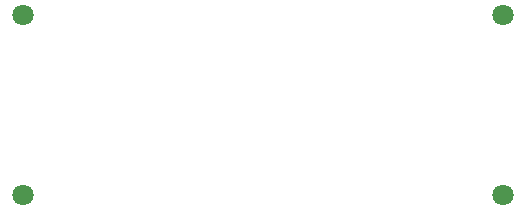
<source format=gbr>
%TF.GenerationSoftware,KiCad,Pcbnew,9.0.1+1*%
%TF.CreationDate,2025-05-09T02:34:31+00:00*%
%TF.ProjectId,modulo_seguidor,6d6f6475-6c6f-45f7-9365-677569646f72,rev?*%
%TF.SameCoordinates,Original*%
%TF.FileFunction,NonPlated,1,12,NPTH,Drill*%
%TF.FilePolarity,Positive*%
%FSLAX46Y46*%
G04 Gerber Fmt 4.6, Leading zero omitted, Abs format (unit mm)*
G04 Created by KiCad (PCBNEW 9.0.1+1) date 2025-05-09 02:34:31*
%MOMM*%
%LPD*%
G01*
G04 APERTURE LIST*
%TA.AperFunction,ComponentDrill*%
%ADD10C,1.800000*%
%TD*%
G04 APERTURE END LIST*
D10*
%TO.C,A2*%
X93980000Y-63500000D03*
X93980000Y-78740000D03*
X134620000Y-63500000D03*
X134620000Y-78740000D03*
M02*

</source>
